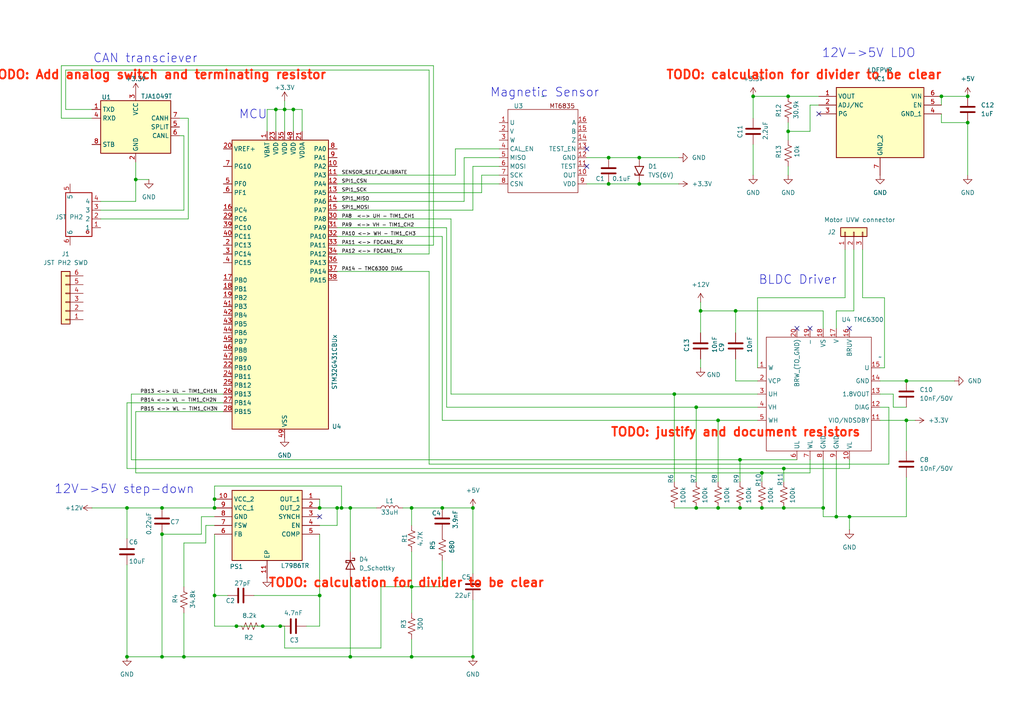
<source format=kicad_sch>
(kicad_sch (version 20231120) (generator "eeschema") (generator_version "8.0")
  (paper "A4")
  (lib_symbols
    (symbol "Connector_Generic:Conn_01x03" (pin_names (offset 1.016) hide)
      (property "Reference" "J" (at 0 5.08 0))
      (property "Value" "Conn_01x03" (at 0 -5.08 0))
      (symbol "Conn_01x03_1_1"
        (rectangle (start -1.27 -2.413) (end 0 -2.667) (stroke (width 0.1524)))
        (rectangle (start -1.27 0.127) (end 0 -0.127) (stroke (width 0.1524)))
        (rectangle (start -1.27 2.667) (end 0 2.413) (stroke (width 0.1524)))
        (rectangle (start -1.27 3.81) (end 1.27 -3.81) (stroke (width 0.254)) (fill (type background)))
        (pin passive line (at -5.08 2.54 0) (length 3.81) (name "Pin_1") (number "1"))
        (pin passive line (at -5.08 0 0) (length 3.81) (name "Pin_2") (number "2"))
        (pin passive line (at -5.08 -2.54 0) (length 3.81) (name "Pin_3") (number "3"))
      )
    )
    (symbol "Connector_Generic:Conn_01x06" (pin_names (offset 1.016) hide)
      (property "Reference" "J" (at 0 7.62 0))
      (property "Value" "Conn_01x06" (at 0 -10.16 0))
      (symbol "Conn_01x06_1_1"
        (rectangle (start -1.27 -7.493) (end 0 -7.747) (stroke (width 0.1524)))
        (rectangle (start -1.27 -4.953) (end 0 -5.207) (stroke (width 0.1524)))
        (rectangle (start -1.27 -2.413) (end 0 -2.667) (stroke (width 0.1524)))
        (rectangle (start -1.27 0.127) (end 0 -0.127) (stroke (width 0.1524)))
        (rectangle (start -1.27 2.667) (end 0 2.413) (stroke (width 0.1524)))
        (rectangle (start -1.27 5.207) (end 0 4.953) (stroke (width 0.1524)))
        (rectangle (start -1.27 6.35) (end 1.27 -8.89) (stroke (width 0.254)) (fill (type background)))
        (pin passive line (at -5.08 5.08 0) (length 3.81) (name "Pin_1") (number "1"))
        (pin passive line (at -5.08 2.54 0) (length 3.81) (name "Pin_2") (number "2"))
        (pin passive line (at -5.08 0 0) (length 3.81) (name "Pin_3") (number "3"))
        (pin passive line (at -5.08 -2.54 0) (length 3.81) (name "Pin_4") (number "4"))
        (pin passive line (at -5.08 -5.08 0) (length 3.81) (name "Pin_5") (number "5"))
        (pin passive line (at -5.08 -7.62 0) (length 3.81) (name "Pin_6") (number "6"))
      )
    )
    (symbol "Device:C" (pin_numbers hide) (pin_names (offset 0.254))
      (property "Reference" "C" (at 0.635 2.54 0))
      (property "Value" "C" (at 0.635 -2.54 0))
      (symbol "C_0_1"
        (polyline (pts (xy -2.032 -0.762) (xy 2.032 -0.762)) (stroke (width 0.508)))
        (polyline (pts (xy -2.032 0.762) (xy 2.032 0.762)) (stroke (width 0.508)))
      )
      (symbol "C_1_1"
        (pin passive line (at 0 3.81 270) (length 2.794) (name "~") (number "1"))
        (pin passive line (at 0 -3.81 90) (length 2.794) (name "~") (number "2"))
      )
    )
    (symbol "Device:D_Schottky" (pin_numbers hide) (pin_names (offset 1.016) hide)
      (property "Reference" "D" (at 0 2.54 0))
      (property "Value" "D_Schottky" (at 0 -2.54 0))
      (symbol "D_Schottky_0_1"
        (polyline (pts (xy 1.27 0) (xy -1.27 0)))
        (polyline (pts (xy 1.27 1.27) (xy 1.27 -1.27) (xy -1.27 0) (xy 1.27 1.27)) (stroke (width 0.254)))
        (polyline (pts (xy -1.905 0.635) (xy -1.905 1.27) (xy -1.27 1.27) (xy -1.27 -1.27) (xy -0.635 -1.27) (xy -0.635 -0.635)) (stroke (width 0.254)))
      )
      (symbol "D_Schottky_1_1"
        (pin passive line (at -3.81 0 0) (length 2.54) (name "K") (number "1"))
        (pin passive line (at 3.81 0 180) (length 2.54) (name "A") (number "2"))
      )
    )
    (symbol "Device:L" (pin_numbers hide) (pin_names (offset 1.016) hide)
      (property "Reference" "L" (at -1.27 0 90))
      (property "Value" "L" (at 1.905 0 90))
      (symbol "L_0_1"
        (arc (start 0 -2.54) (mid 0.6323 -1.905) (end 0 -1.27))
        (arc (start 0 -1.27) (mid 0.6323 -0.635) (end 0 0))
        (arc (start 0 0) (mid 0.6323 0.635) (end 0 1.27))
        (arc (start 0 1.27) (mid 0.6323 1.905) (end 0 2.54))
      )
      (symbol "L_1_1"
        (pin passive line (at 0 3.81 270) (length 1.27) (name "1") (number "1"))
        (pin passive line (at 0 -3.81 90) (length 1.27) (name "2") (number "2"))
      )
    )
    (symbol "Device:R_US" (pin_numbers hide) (pin_names (offset 0))
      (property "Reference" "R" (at 2.54 0 90))
      (property "Value" "R_US" (at -2.54 0 90))
      (symbol "R_US_0_1"
        (polyline (pts (xy 0 -2.286) (xy 0 -2.54)))
        (polyline (pts (xy 0 2.286) (xy 0 2.54)))
        (polyline (pts (xy 0 -0.762) (xy 1.016 -1.143) (xy 0 -1.524) (xy -1.016 -1.905) (xy 0 -2.286)))
        (polyline (pts (xy 0 0.762) (xy 1.016 0.381) (xy 0 0) (xy -1.016 -0.381) (xy 0 -0.762)))
        (polyline (pts (xy 0 2.286) (xy 1.016 1.905) (xy 0 1.524) (xy -1.016 1.143) (xy 0 0.762)))
      )
      (symbol "R_US_1_1"
        (pin passive line (at 0 3.81 270) (length 1.27) (name "~") (number "1"))
        (pin passive line (at 0 -3.81 90) (length 1.27) (name "~") (number "2"))
      )
    )
    (symbol "Diode:SMAJ6.0A" (pin_numbers hide) (pin_names (offset 1.016) hide)
      (property "Reference" "D" (at 0 2.54 0))
      (property "Value" "SMAJ6.0A" (at 0 -2.54 0))
      (symbol "SMAJ6.0A_0_1"
        (polyline (pts (xy -0.762 1.27) (xy -1.27 1.27) (xy -1.27 -1.27)) (stroke (width 0.254)))
        (polyline (pts (xy 1.27 1.27) (xy 1.27 -1.27) (xy -1.27 0) (xy 1.27 1.27)) (stroke (width 0.254)))
      )
      (symbol "SMAJ6.0A_1_1"
        (pin passive line (at -3.81 0 0) (length 2.54) (name "A1") (number "1"))
        (pin passive line (at 3.81 0 180) (length 2.54) (name "A2") (number "2"))
      )
    )
    (symbol "Interface_CAN_LIN:TJA1049T"
      (property "Reference" "U" (at -10.16 8.89 0))
      (property "Value" "TJA1049T" (at 1.27 8.89 0))
      (symbol "TJA1049T_0_1"
        (rectangle (start -10.16 7.62) (end 10.16 -7.62) (stroke (width 0.254)) (fill (type background)))
      )
      (symbol "TJA1049T_1_1"
        (pin input line (at -12.7 5.08 0) (length 2.54) (name "TXD") (number "1"))
        (pin power_in line (at 0 -10.16 90) (length 2.54) (name "GND") (number "2"))
        (pin power_in line (at 0 10.16 270) (length 2.54) (name "VCC") (number "3"))
        (pin output line (at -12.7 2.54 0) (length 2.54) (name "RXD") (number "4"))
        (pin power_out line (at 12.7 0 180) (length 2.54) (name "SPLIT") (number "5"))
        (pin bidirectional line (at 12.7 -2.54 180) (length 2.54) (name "CANL") (number "6"))
        (pin bidirectional line (at 12.7 2.54 180) (length 2.54) (name "CANH") (number "7"))
        (pin input line (at -12.7 -5.08 0) (length 2.54) (name "STB") (number "8"))
      )
    )
    (symbol "L7986TR:L7986TR"
      (property "Reference" "PS" (at 26.67 7.62 0))
      (property "Value" "L7986TR" (at 26.67 5.08 0))
      (symbol "L7986TR_1_1"
        (rectangle (start 5.08 2.54) (end 25.4 -17.78) (stroke (width 0.254)) (fill (type background)))
        (pin passive line (at 0 0 0) (length 5.08) (name "OUT_1") (number "1"))
        (pin passive line (at 30.48 0 180) (length 5.08) (name "VCC_2") (number "10"))
        (pin passive line (at 15.24 -22.86 90) (length 5.08) (name "EP") (number "11"))
        (pin passive line (at 0 -2.54 0) (length 5.08) (name "OUT_2") (number "2"))
        (pin passive line (at 0 -5.08 0) (length 5.08) (name "SYNCH") (number "3"))
        (pin passive line (at 0 -7.62 0) (length 5.08) (name "EN") (number "4"))
        (pin passive line (at 0 -10.16 0) (length 5.08) (name "COMP") (number "5"))
        (pin passive line (at 30.48 -10.16 180) (length 5.08) (name "FB") (number "6"))
        (pin passive line (at 30.48 -7.62 180) (length 5.08) (name "FSW") (number "7"))
        (pin passive line (at 30.48 -5.08 180) (length 5.08) (name "GND") (number "8"))
        (pin passive line (at 30.48 -2.54 180) (length 5.08) (name "VCC_1") (number "9"))
      )
    )
    (symbol "LDFPVR:LDFPVR"
      (property "Reference" "IC" (at 31.75 7.62 0))
      (property "Value" "LDFPVR" (at 31.75 5.08 0))
      (symbol "LDFPVR_1_1"
        (rectangle (start 5.08 2.54) (end 30.48 -17.78) (stroke (width 0.254)) (fill (type background)))
        (pin passive line (at 0 0 0) (length 5.08) (name "VOUT") (number "1"))
        (pin passive line (at 0 -2.54 0) (length 5.08) (name "ADJ/NC") (number "2"))
        (pin passive line (at 0 -5.08 0) (length 5.08) (name "PG") (number "3"))
        (pin passive line (at 35.56 -5.08 180) (length 5.08) (name "GND_1") (number "4"))
        (pin passive line (at 35.56 -2.54 180) (length 5.08) (name "EN") (number "5"))
        (pin passive line (at 35.56 0 180) (length 5.08) (name "VIN") (number "6"))
        (pin passive line (at 17.78 -22.86 90) (length 5.08) (name "GND_2") (number "7"))
      )
    )
    (symbol "MCU_ST_STM32G4:STM32G431CBUx"
      (property "Reference" "U" (at -12.7 44.45 0))
      (property "Value" "STM32G431CBUx" (at 10.16 44.45 0))
      (symbol "STM32G431CBUx_0_1"
        (rectangle (start -12.7 -40.64) (end 15.24 43.18) (stroke (width 0.254)) (fill (type background)))
      )
      (symbol "STM32G431CBUx_1_1"
        (pin power_in line (at -2.54 45.72 270) (length 2.54) (name "VBAT") (number "1"))
        (pin bidirectional line (at 17.78 35.56 180) (length 2.54) (name "PA2") (number "10"))
        (pin bidirectional line (at 17.78 33.02 180) (length 2.54) (name "PA3") (number "11"))
        (pin bidirectional line (at 17.78 30.48 180) (length 2.54) (name "PA4") (number "12"))
        (pin bidirectional line (at 17.78 27.94 180) (length 2.54) (name "PA5") (number "13"))
        (pin bidirectional line (at 17.78 25.4 180) (length 2.54) (name "PA6") (number "14"))
        (pin bidirectional line (at 17.78 22.86 180) (length 2.54) (name "PA7") (number "15"))
        (pin bidirectional line (at -15.24 22.86 0) (length 2.54) (name "PC4") (number "16"))
        (pin bidirectional line (at -15.24 2.54 0) (length 2.54) (name "PB0") (number "17"))
        (pin bidirectional line (at -15.24 0 0) (length 2.54) (name "PB1") (number "18"))
        (pin bidirectional line (at -15.24 -2.54 0) (length 2.54) (name "PB2") (number "19"))
        (pin bidirectional line (at -15.24 12.7 0) (length 2.54) (name "PC13") (number "2"))
        (pin input line (at -15.24 40.64 0) (length 2.54) (name "VREF+") (number "20"))
        (pin power_in line (at 7.62 45.72 270) (length 2.54) (name "VDDA") (number "21"))
        (pin bidirectional line (at -15.24 -22.86 0) (length 2.54) (name "PB10") (number "22"))
        (pin power_in line (at 0 45.72 270) (length 2.54) (name "VDD") (number "23"))
        (pin bidirectional line (at -15.24 -25.4 0) (length 2.54) (name "PB11") (number "24"))
        (pin bidirectional line (at -15.24 -27.94 0) (length 2.54) (name "PB12") (number "25"))
        (pin bidirectional line (at -15.24 -30.48 0) (length 2.54) (name "PB13") (number "26"))
        (pin bidirectional line (at -15.24 -33.02 0) (length 2.54) (name "PB14") (number "27"))
        (pin bidirectional line (at -15.24 -35.56 0) (length 2.54) (name "PB15") (number "28"))
        (pin bidirectional line (at -15.24 20.32 0) (length 2.54) (name "PC6") (number "29"))
        (pin bidirectional line (at -15.24 10.16 0) (length 2.54) (name "PC14") (number "3"))
        (pin bidirectional line (at 17.78 20.32 180) (length 2.54) (name "PA8") (number "30"))
        (pin bidirectional line (at 17.78 17.78 180) (length 2.54) (name "PA9") (number "31"))
        (pin bidirectional line (at 17.78 15.24 180) (length 2.54) (name "PA10") (number "32"))
        (pin bidirectional line (at 17.78 12.7 180) (length 2.54) (name "PA11") (number "33"))
        (pin bidirectional line (at 17.78 10.16 180) (length 2.54) (name "PA12") (number "34"))
        (pin power_in line (at 2.54 45.72 270) (length 2.54) (name "VDD") (number "35"))
        (pin bidirectional line (at 17.78 7.62 180) (length 2.54) (name "PA13") (number "36"))
        (pin bidirectional line (at 17.78 5.08 180) (length 2.54) (name "PA14") (number "37"))
        (pin bidirectional line (at 17.78 2.54 180) (length 2.54) (name "PA15") (number "38"))
        (pin bidirectional line (at -15.24 17.78 0) (length 2.54) (name "PC10") (number "39"))
        (pin bidirectional line (at -15.24 7.62 0) (length 2.54) (name "PC15") (number "4"))
        (pin bidirectional line (at -15.24 15.24 0) (length 2.54) (name "PC11") (number "40"))
        (pin bidirectional line (at -15.24 -5.08 0) (length 2.54) (name "PB3") (number "41"))
        (pin bidirectional line (at -15.24 -7.62 0) (length 2.54) (name "PB4") (number "42"))
        (pin bidirectional line (at -15.24 -10.16 0) (length 2.54) (name "PB5") (number "43"))
        (pin bidirectional line (at -15.24 -12.7 0) (length 2.54) (name "PB6") (number "44"))
        (pin bidirectional line (at -15.24 -15.24 0) (length 2.54) (name "PB7") (number "45"))
        (pin bidirectional line (at -15.24 -17.78 0) (length 2.54) (name "PB8") (number "46"))
        (pin bidirectional line (at -15.24 -20.32 0) (length 2.54) (name "PB9") (number "47"))
        (pin power_in line (at 5.08 45.72 270) (length 2.54) (name "VDD") (number "48"))
        (pin power_in line (at 2.54 -43.18 90) (length 2.54) (name "VSS") (number "49"))
        (pin bidirectional line (at -15.24 30.48 0) (length 2.54) (name "PF0") (number "5"))
        (pin bidirectional line (at -15.24 27.94 0) (length 2.54) (name "PF1") (number "6"))
        (pin bidirectional line (at -15.24 35.56 0) (length 2.54) (name "PG10") (number "7"))
        (pin bidirectional line (at 17.78 40.64 180) (length 2.54) (name "PA0") (number "8"))
        (pin bidirectional line (at 17.78 38.1 180) (length 2.54) (name "PA1") (number "9"))
      )
    )
    (symbol "MT6835:MT6835"
      (property "Reference" "U" (at -5.334 16.51 0))
      (symbol "MT6835_0_1"
        (rectangle (start -11.43 15.24) (end 8.89 -8.89))
      )
      (symbol "MT6835_1_1"
        (text "MT6835" (at 4.318 16.256 0) (effects (font (size 1.27 1.27))))
        (pin output line (at -13.97 11.43 0) (length 2.54) (name "U") (number "1"))
        (pin output line (at 11.43 -3.81 180) (length 2.54) (name "OUT") (number "10"))
        (pin input line (at 11.43 -1.27 180) (length 2.54) (name "TEST") (number "11"))
        (pin passive line (at 11.43 1.27 180) (length 2.54) (name "GND") (number "12"))
        (pin input line (at 11.43 3.81 180) (length 2.54) (name "TEST_EN") (number "13"))
        (pin output line (at 11.43 6.35 180) (length 2.54) (name "Z") (number "14"))
        (pin output line (at 11.43 8.89 180) (length 2.54) (name "B") (number "15"))
        (pin output line (at 11.43 11.43 180) (length 2.54) (name "A") (number "16"))
        (pin output line (at -13.97 8.89 0) (length 2.54) (name "V") (number "2"))
        (pin output line (at -13.97 6.35 0) (length 2.54) (name "W") (number "3"))
        (pin input line (at -13.97 3.81 0) (length 2.54) (name "CAL_EN") (number "4"))
        (pin output line (at -13.97 1.27 0) (length 2.54) (name "MISO") (number "5"))
        (pin input line (at -13.97 -1.27 0) (length 2.54) (name "MOSI") (number "6"))
        (pin input line (at -13.97 -3.81 0) (length 2.54) (name "SCK") (number "7"))
        (pin input line (at -13.97 -6.35 0) (length 2.54) (name "CSN") (number "8"))
        (pin power_in line (at 11.43 -6.35 180) (length 2.54) (name "VDD") (number "9"))
      )
    )
    (symbol "R_US_1" (pin_numbers hide) (pin_names (offset 0))
      (property "Reference" "R" (at 2.54 0 90))
      (property "Value" "R_US" (at -2.54 0 90))
      (symbol "R_US_1_0_1"
        (polyline (pts (xy 0 -2.286) (xy 0 -2.54)))
        (polyline (pts (xy 0 2.286) (xy 0 2.54)))
        (polyline (pts (xy 0 -0.762) (xy 1.016 -1.143) (xy 0 -1.524) (xy -1.016 -1.905) (xy 0 -2.286)))
        (polyline (pts (xy 0 0.762) (xy 1.016 0.381) (xy 0 0) (xy -1.016 -0.381) (xy 0 -0.762)))
        (polyline (pts (xy 0 2.286) (xy 1.016 1.905) (xy 0 1.524) (xy -1.016 1.143) (xy 0 0.762)))
      )
      (symbol "R_US_1_1_1"
        (pin passive line (at 0 3.81 270) (length 1.27) (name "~") (number "1"))
        (pin passive line (at 0 -3.81 90) (length 1.27) (name "~") (number "2"))
      )
    )
    (symbol "TMC6300:TMC6300"
      (property "Reference" "U" (at 0 0.254 0))
      (symbol "TMC6300_0_1"
        (rectangle (start -16.51 16.51) (end 13.97 -16.51))
      )
      (symbol "TMC6300_1_1"
        (pin output line (at -19.05 7.62 0) (length 2.54) (name "W") (number "1"))
        (pin input line (at 7.62 -19.05 90) (length 2.54) (name "VL") (number "10"))
        (pin power_in line (at 16.51 -7.62 180) (length 2.54) (name "VIO/NDSDBY") (number "11"))
        (pin output line (at 16.51 -3.81 180) (length 2.54) (name "DIAG") (number "12"))
        (pin power_out line (at 16.51 0 180) (length 2.54) (name "1.8VOUT") (number "13"))
        (pin passive line (at 16.51 3.81 180) (length 2.54) (name "GND") (number "14"))
        (pin output line (at 16.51 7.62 180) (length 2.54) (name "U") (number "15"))
        (pin passive line (at 7.62 19.05 270) (length 2.54) (name "BRUV") (number "16"))
        (pin output line (at 3.81 19.05 270) (length 2.54) (name "V") (number "17"))
        (pin power_in line (at 0 19.05 270) (length 2.54) (name "VS") (number "18"))
        (pin free line (at -3.81 19.05 270) (length 2.54) (name "-") (number "19"))
        (pin free line (at -19.05 3.81 0) (length 2.54) (name "VCP") (number "2"))
        (pin passive line (at -7.62 19.05 270) (length 2.54) (name "BRW_(TO_GND)") (number "20"))
        (pin input line (at -19.05 0 0) (length 2.54) (name "UH") (number "3"))
        (pin input line (at -19.05 -3.81 0) (length 2.54) (name "VH") (number "4"))
        (pin input line (at -19.05 -7.62 0) (length 2.54) (name "WH") (number "5"))
        (pin input line (at -7.62 -19.05 90) (length 2.54) (name "UL") (number "6"))
        (pin input line (at -3.81 -19.05 90) (length 2.54) (name "WL") (number "7"))
        (pin passive line (at 0 -19.05 90) (length 2.54) (name "GND") (number "8"))
        (pin passive line (at 3.81 -19.05 90) (length 2.54) (name "GND") (number "9"))
      )
    )
    (symbol "altium_import-altium-import:root_0_ZX-PH2.0-WT4P"
      (symbol "root_0_ZX-PH2.0-WT4P_1_0"
        (rectangle (start -2.54 6.35) (end 5.08 -6.35) (stroke (width 0.254) (color 160 0 0 1)))
        (circle (center -1.27 5.08) (radius 0.381) (stroke (width 0.254) (color 160 0 0 1)))
        (pin passive line (at -5.08 3.81 0) (length 2.54) (name "1") (number "1"))
        (pin passive line (at -5.08 1.27 0) (length 2.54) (name "2") (number "2"))
        (pin passive line (at -5.08 -1.27 0) (length 2.54) (name "3") (number "3"))
        (pin passive line (at -5.08 -3.81 0) (length 2.54) (name "4") (number "4"))
        (pin passive line (at 3.81 -8.89 90) (length 2.54) (name "5") (number "5"))
        (pin passive line (at 3.81 8.89 270) (length 2.54) (name "6") (number "6"))
      )
    )
    (symbol "power:+12V" (power) (pin_numbers hide) (pin_names (offset 0) hide)
      (property "Value" "+12V" (at 0 3.556 0))
      (symbol "+12V_0_1"
        (polyline (pts (xy -0.762 1.27) (xy 0 2.54)))
        (polyline (pts (xy 0 0) (xy 0 2.54)))
        (polyline (pts (xy 0 2.54) (xy 0.762 1.27)))
      )
      (symbol "+12V_1_1"
        (pin power_in line (at 0 0 90) (length 0) (name "~") (number "1"))
      )
    )
    (symbol "power:+3.3V" (power) (pin_numbers hide) (pin_names (offset 0) hide)
      (property "Value" "+3.3V" (at 0 3.556 0))
      (symbol "+3.3V_0_1"
        (polyline (pts (xy -0.762 1.27) (xy 0 2.54)))
        (polyline (pts (xy 0 0) (xy 0 2.54)))
        (polyline (pts (xy 0 2.54) (xy 0.762 1.27)))
      )
      (symbol "+3.3V_1_1"
        (pin power_in line (at 0 0 90) (length 0) (name "~") (number "1"))
      )
    )
    (symbol "power:+5V" (power) (pin_numbers hide) (pin_names (offset 0) hide)
      (property "Value" "+5V" (at 0 3.556 0))
      (symbol "+5V_0_1"
        (polyline (pts (xy -0.762 1.27) (xy 0 2.54)))
        (polyline (pts (xy 0 0) (xy 0 2.54)))
        (polyline (pts (xy 0 2.54) (xy 0.762 1.27)))
      )
      (symbol "+5V_1_1"
        (pin power_in line (at 0 0 90) (length 0) (name "~") (number "1"))
      )
    )
    (symbol "power:GND" (power) (pin_numbers hide) (pin_names (offset 0) hide)
      (property "Value" "GND" (at 0 -3.81 0))
      (symbol "GND_0_1"
        (polyline (pts (xy 0 0) (xy 0 -1.27) (xy 1.27 -1.27) (xy 0 -2.54) (xy -1.27 -1.27) (xy 0 -1.27)))
      )
      (symbol "GND_1_1"
        (pin power_in line (at 0 0 270) (length 0) (name "~") (number "1"))
      )
    )
  )
  (junction (at 92.71 147.32))
  (junction (at 82.55 31.75))
  (junction (at 101.6 147.32))
  (junction (at 273.05 27.94))
  (junction (at 137.16 190.5))
  (junction (at 81.28 181.61))
  (junction (at 246.38 149.86))
  (junction (at 39.37 52.07))
  (junction (at 68.58 181.61))
  (junction (at 242.57 149.86))
  (junction (at 76.2 181.61))
  (junction (at 119.38 190.5))
  (junction (at 208.28 121.92))
  (junction (at 262.89 121.92))
  (junction (at 280.67 35.56))
  (junction (at 128.27 147.32))
  (junction (at 208.28 147.32))
  (junction (at 280.67 27.94))
  (junction (at 80.01 31.75))
  (junction (at 220.98 147.32))
  (junction (at 201.93 147.32))
  (junction (at 214.63 147.32))
  (junction (at 36.83 190.5))
  (junction (at 185.42 53.34))
  (junction (at 85.09 31.75))
  (junction (at 176.53 53.34))
  (junction (at 218.44 27.94))
  (junction (at 214.63 133.35))
  (junction (at 220.98 137.16))
  (junction (at 262.89 110.49))
  (junction (at 53.34 190.5))
  (junction (at 176.53 45.72))
  (junction (at 62.23 144.78))
  (junction (at 228.6 27.94))
  (junction (at 46.99 154.94))
  (junction (at 238.76 147.32))
  (junction (at 119.38 147.32))
  (junction (at 97.79 147.32))
  (junction (at 101.6 190.5))
  (junction (at 46.99 190.5))
  (junction (at 201.93 118.11))
  (junction (at 92.71 172.72))
  (junction (at 185.42 45.72))
  (junction (at 137.16 147.32))
  (junction (at 36.83 147.32))
  (junction (at 203.2 90.17))
  (junction (at 62.23 172.72))
  (junction (at 46.99 147.32))
  (junction (at 213.36 90.17))
  (junction (at 62.23 147.32))
  (junction (at 227.33 147.32))
  (junction (at 227.33 135.89))
  (junction (at 228.6 38.1))
  (junction (at 195.58 114.3))
  (junction (at 119.38 170.18))
  (junction (at 99.06 147.32))
  (no_connect (at 170.18 43.18))
  (no_connect (at 237.49 33.02))
  (no_connect (at 170.18 48.26))
  (no_connect (at 92.71 149.86))
  (no_connect (at 246.38 95.25))
  (no_connect (at 231.14 95.25))
  (no_connect (at 234.95 95.25))
  (wire (pts (xy 246.38 153.67) (xy 246.38 149.86)))
  (wire (pts (xy 97.79 63.5) (xy 130.81 63.5)))
  (wire (pts (xy 213.36 96.52) (xy 213.36 90.17)))
  (wire (pts (xy 110.49 170.18) (xy 110.49 187.96)))
  (wire (pts (xy 203.2 104.14) (xy 203.2 106.68)))
  (wire (pts (xy 132.08 43.18) (xy 132.08 50.8)))
  (wire (pts (xy 280.67 50.8) (xy 280.67 35.56)))
  (wire (pts (xy 125.73 19.05) (xy 125.73 71.12)))
  (wire (pts (xy 185.42 45.72) (xy 196.85 45.72)))
  (wire (pts (xy 99.06 147.32) (xy 97.79 147.32)))
  (wire (pts (xy 273.05 35.56) (xy 280.67 35.56)))
  (wire (pts (xy 82.55 31.75) (xy 82.55 38.1)))
  (wire (pts (xy 228.6 38.1) (xy 228.6 40.64)))
  (wire (pts (xy 58.42 154.94) (xy 58.42 149.86)))
  (wire (pts (xy 219.71 86.36) (xy 245.11 86.36)))
  (wire (pts (xy 245.11 86.36) (xy 245.11 72.39)))
  (wire (pts (xy 219.71 121.92) (xy 208.28 121.92)))
  (wire (pts (xy 92.71 152.4) (xy 97.79 152.4)))
  (wire (pts (xy 110.49 187.96) (xy 82.55 187.96)))
  (wire (pts (xy 238.76 147.32) (xy 238.76 149.86)))
  (wire (pts (xy 36.83 190.5) (xy 46.99 190.5)))
  (wire (pts (xy 54.61 63.5) (xy 29.21 63.5)))
  (wire (pts (xy 228.6 50.8) (xy 228.6 48.26)))
  (wire (pts (xy 176.53 53.34) (xy 185.42 53.34)))
  (wire (pts (xy 36.83 147.32) (xy 46.99 147.32)))
  (wire (pts (xy 256.54 86.36) (xy 250.19 86.36)))
  (wire (pts (xy 124.46 73.66) (xy 97.79 73.66)))
  (wire (pts (xy 262.89 110.49) (xy 255.27 110.49)))
  (wire (pts (xy 92.71 147.32) (xy 97.79 147.32)))
  (wire (pts (xy 39.37 119.38) (xy 64.77 119.38)))
  (wire (pts (xy 130.81 114.3) (xy 130.81 63.5)))
  (wire (pts (xy 134.62 45.72) (xy 134.62 58.42)))
  (wire (pts (xy 82.55 31.75) (xy 85.09 31.75)))
  (wire (pts (xy 170.18 53.34) (xy 176.53 53.34)))
  (wire (pts (xy 124.46 78.74) (xy 97.79 78.74)))
  (wire (pts (xy 255.27 118.11) (xy 257.81 118.11)))
  (wire (pts (xy 203.2 96.52) (xy 203.2 90.17)))
  (wire (pts (xy 228.6 27.94) (xy 218.44 27.94)))
  (wire (pts (xy 77.47 38.1) (xy 77.47 31.75)))
  (wire (pts (xy 255.27 106.68) (xy 256.54 106.68)))
  (wire (pts (xy 38.1 133.35) (xy 214.63 133.35)))
  (wire (pts (xy 219.71 118.11) (xy 201.93 118.11)))
  (wire (pts (xy 119.38 147.32) (xy 128.27 147.32)))
  (wire (pts (xy 238.76 90.17) (xy 238.76 95.25)))
  (wire (pts (xy 132.08 50.8) (xy 97.79 50.8)))
  (wire (pts (xy 234.95 38.1) (xy 228.6 38.1)))
  (wire (pts (xy 208.28 147.32) (xy 214.63 147.32)))
  (wire (pts (xy 87.63 31.75) (xy 85.09 31.75)))
  (wire (pts (xy 144.78 48.26) (xy 137.16 48.26)))
  (wire (pts (xy 39.37 52.07) (xy 39.37 58.42)))
  (wire (pts (xy 88.9 181.61) (xy 92.71 181.61)))
  (wire (pts (xy 144.78 43.18) (xy 132.08 43.18)))
  (wire (pts (xy 46.99 147.32) (xy 62.23 147.32)))
  (wire (pts (xy 92.71 172.72) (xy 92.71 181.61)))
  (wire (pts (xy 119.38 170.18) (xy 110.49 170.18)))
  (wire (pts (xy 36.83 147.32) (xy 36.83 156.21)))
  (wire (pts (xy 17.78 19.05) (xy 125.73 19.05)))
  (wire (pts (xy 85.09 31.75) (xy 85.09 38.1)))
  (wire (pts (xy 246.38 133.35) (xy 246.38 135.89)))
  (wire (pts (xy 273.05 27.94) (xy 273.05 30.48)))
  (wire (pts (xy 273.05 27.94) (xy 280.67 27.94)))
  (wire (pts (xy 214.63 147.32) (xy 220.98 147.32)))
  (wire (pts (xy 144.78 50.8) (xy 139.7 50.8)))
  (wire (pts (xy 129.54 118.11) (xy 129.54 66.04)))
  (wire (pts (xy 52.07 39.37) (xy 53.34 39.37)))
  (wire (pts (xy 231.14 133.35) (xy 214.63 133.35)))
  (wire (pts (xy 73.66 172.72) (xy 92.71 172.72)))
  (wire (pts (xy 125.73 71.12) (xy 97.79 71.12)))
  (wire (pts (xy 39.37 137.16) (xy 39.37 119.38)))
  (wire (pts (xy 38.1 133.35) (xy 38.1 114.3)))
  (wire (pts (xy 119.38 170.18) (xy 128.27 170.18)))
  (wire (pts (xy 238.76 149.86) (xy 242.57 149.86)))
  (wire (pts (xy 213.36 104.14) (xy 213.36 110.49)))
  (wire (pts (xy 38.1 114.3) (xy 64.77 114.3)))
  (wire (pts (xy 246.38 135.89) (xy 227.33 135.89)))
  (wire (pts (xy 39.37 46.99) (xy 39.37 52.07)))
  (wire (pts (xy 46.99 190.5) (xy 53.34 190.5)))
  (wire (pts (xy 247.65 90.17) (xy 247.65 72.39)))
  (wire (pts (xy 26.67 147.32) (xy 36.83 147.32)))
  (wire (pts (xy 213.36 110.49) (xy 219.71 110.49)))
  (wire (pts (xy 80.01 38.1) (xy 80.01 31.75)))
  (wire (pts (xy 52.07 34.29) (xy 54.61 34.29)))
  (wire (pts (xy 227.33 135.89) (xy 227.33 139.7)))
  (wire (pts (xy 137.16 48.26) (xy 137.16 60.96)))
  (wire (pts (xy 119.38 147.32) (xy 116.84 147.32)))
  (wire (pts (xy 195.58 114.3) (xy 130.81 114.3)))
  (wire (pts (xy 82.55 187.96) (xy 82.55 181.61)))
  (wire (pts (xy 101.6 190.5) (xy 119.38 190.5)))
  (wire (pts (xy 46.99 154.94) (xy 58.42 154.94)))
  (wire (pts (xy 101.6 147.32) (xy 109.22 147.32)))
  (wire (pts (xy 62.23 172.72) (xy 66.04 172.72)))
  (wire (pts (xy 62.23 172.72) (xy 62.23 181.61)))
  (wire (pts (xy 43.18 52.07) (xy 39.37 52.07)))
  (wire (pts (xy 99.06 147.32) (xy 99.06 140.97)))
  (wire (pts (xy 101.6 147.32) (xy 101.6 160.02)))
  (wire (pts (xy 170.18 45.72) (xy 176.53 45.72)))
  (wire (pts (xy 246.38 149.86) (xy 262.89 149.86)))
  (wire (pts (xy 213.36 90.17) (xy 238.76 90.17)))
  (wire (pts (xy 255.27 121.92) (xy 262.89 121.92)))
  (wire (pts (xy 99.06 147.32) (xy 101.6 147.32)))
  (wire (pts (xy 77.47 31.75) (xy 80.01 31.75)))
  (wire (pts (xy 53.34 60.96) (xy 53.34 39.37)))
  (wire (pts (xy 53.34 60.96) (xy 29.21 60.96)))
  (wire (pts (xy 124.46 134.62) (xy 124.46 78.74)))
  (wire (pts (xy 195.58 114.3) (xy 195.58 139.7)))
  (wire (pts (xy 218.44 50.8) (xy 218.44 41.91)))
  (wire (pts (xy 97.79 60.96) (xy 137.16 60.96)))
  (wire (pts (xy 119.38 170.18) (xy 119.38 177.8)))
  (wire (pts (xy 53.34 177.8) (xy 53.34 190.5)))
  (wire (pts (xy 262.89 121.92) (xy 265.43 121.92)))
  (wire (pts (xy 129.54 118.11) (xy 201.93 118.11)))
  (wire (pts (xy 214.63 133.35) (xy 214.63 139.7)))
  (wire (pts (xy 59.69 152.4) (xy 59.69 157.48)))
  (wire (pts (xy 19.05 31.75) (xy 19.05 20.32)))
  (wire (pts (xy 218.44 27.94) (xy 218.44 34.29)))
  (wire (pts (xy 234.95 137.16) (xy 220.98 137.16)))
  (wire (pts (xy 97.79 152.4) (xy 97.79 147.32)))
  (wire (pts (xy 62.23 140.97) (xy 62.23 144.78)))
  (wire (pts (xy 234.95 133.35) (xy 234.95 137.16)))
  (wire (pts (xy 81.28 181.61) (xy 76.2 181.61)))
  (wire (pts (xy 219.71 114.3) (xy 195.58 114.3)))
  (wire (pts (xy 87.63 38.1) (xy 87.63 31.75)))
  (wire (pts (xy 62.23 181.61) (xy 68.58 181.61)))
  (wire (pts (xy 17.78 34.29) (xy 17.78 19.05)))
  (wire (pts (xy 46.99 154.94) (xy 46.99 190.5)))
  (wire (pts (xy 80.01 31.75) (xy 82.55 31.75)))
  (wire (pts (xy 36.83 116.84) (xy 64.77 116.84)))
  (wire (pts (xy 139.7 50.8) (xy 139.7 55.88)))
  (wire (pts (xy 97.79 58.42) (xy 134.62 58.42)))
  (wire (pts (xy 144.78 45.72) (xy 134.62 45.72)))
  (wire (pts (xy 54.61 63.5) (xy 54.61 34.29)))
  (wire (pts (xy 62.23 144.78) (xy 62.23 147.32)))
  (wire (pts (xy 82.55 29.21) (xy 82.55 31.75)))
  (wire (pts (xy 208.28 121.92) (xy 208.28 139.7)))
  (wire (pts (xy 36.83 135.89) (xy 36.83 116.84)))
  (wire (pts (xy 82.55 181.61) (xy 81.28 181.61)))
  (wire (pts (xy 259.08 114.3) (xy 255.27 114.3)))
  (wire (pts (xy 227.33 147.32) (xy 238.76 147.32)))
  (wire (pts (xy 19.05 20.32) (xy 124.46 20.32)))
  (wire (pts (xy 119.38 147.32) (xy 119.38 152.4)))
  (wire (pts (xy 250.19 86.36) (xy 250.19 72.39)))
  (wire (pts (xy 53.34 157.48) (xy 53.34 170.18)))
  (wire (pts (xy 62.23 154.94) (xy 62.23 172.72)))
  (wire (pts (xy 53.34 190.5) (xy 101.6 190.5)))
  (wire (pts (xy 237.49 27.94) (xy 228.6 27.94)))
  (wire (pts (xy 242.57 90.17) (xy 247.65 90.17)))
  (wire (pts (xy 137.16 147.32) (xy 137.16 166.37)))
  (wire (pts (xy 119.38 160.02) (xy 119.38 170.18)))
  (wire (pts (xy 201.93 147.32) (xy 208.28 147.32)))
  (wire (pts (xy 92.71 144.78) (xy 92.71 147.32)))
  (wire (pts (xy 97.79 66.04) (xy 129.54 66.04)))
  (wire (pts (xy 119.38 190.5) (xy 137.16 190.5)))
  (wire (pts (xy 128.27 147.32) (xy 137.16 147.32)))
  (wire (pts (xy 242.57 95.25) (xy 242.57 90.17)))
  (wire (pts (xy 128.27 121.92) (xy 128.27 68.58)))
  (wire (pts (xy 36.83 163.83) (xy 36.83 190.5)))
  (wire (pts (xy 262.89 138.43) (xy 262.89 149.86)))
  (wire (pts (xy 137.16 173.99) (xy 137.16 190.5)))
  (wire (pts (xy 128.27 170.18) (xy 128.27 162.56)))
  (wire (pts (xy 62.23 140.97) (xy 99.06 140.97)))
  (wire (pts (xy 262.89 118.11) (xy 259.08 118.11)))
  (wire (pts (xy 76.2 181.61) (xy 68.58 181.61)))
  (wire (pts (xy 185.42 53.34) (xy 196.85 53.34)))
  (wire (pts (xy 220.98 147.32) (xy 227.33 147.32)))
  (wire (pts (xy 97.79 68.58) (xy 128.27 68.58)))
  (wire (pts (xy 195.58 147.32) (xy 201.93 147.32)))
  (wire (pts (xy 124.46 20.32) (xy 124.46 73.66)))
  (wire (pts (xy 36.83 135.89) (xy 227.33 135.89)))
  (wire (pts (xy 39.37 58.42) (xy 29.21 58.42)))
  (wire (pts (xy 128.27 121.92) (xy 208.28 121.92)))
  (wire (pts (xy 26.67 31.75) (xy 19.05 31.75)))
  (wire (pts (xy 119.38 190.5) (xy 119.38 185.42)))
  (wire (pts (xy 220.98 137.16) (xy 39.37 137.16)))
  (wire (pts (xy 273.05 33.02) (xy 273.05 35.56)))
  (wire (pts (xy 59.69 157.48) (xy 53.34 157.48)))
  (wire (pts (xy 17.78 34.29) (xy 26.67 34.29)))
  (wire (pts (xy 97.79 53.34) (xy 144.78 53.34)))
  (wire (pts (xy 101.6 167.64) (xy 101.6 190.5)))
  (wire (pts (xy 203.2 90.17) (xy 213.36 90.17)))
  (wire (pts (xy 62.23 152.4) (xy 59.69 152.4)))
  (wire (pts (xy 97.79 55.88) (xy 139.7 55.88)))
  (wire (pts (xy 238.76 133.35) (xy 238.76 147.32)))
  (wire (pts (xy 242.57 133.35) (xy 242.57 149.86)))
  (wire (pts (xy 219.71 106.68) (xy 219.71 86.36)))
  (wire (pts (xy 262.89 110.49) (xy 276.86 110.49)))
  (wire (pts (xy 203.2 87.63) (xy 203.2 90.17)))
  (wire (pts (xy 257.81 134.62) (xy 124.46 134.62)))
  (wire (pts (xy 234.95 30.48) (xy 234.95 38.1)))
  (wire (pts (xy 220.98 137.16) (xy 220.98 139.7)))
  (wire (pts (xy 58.42 149.86) (xy 62.23 149.86)))
  (wire (pts (xy 242.57 149.86) (xy 246.38 149.86)))
  (wire (pts (xy 257.81 118.11) (xy 257.81 134.62)))
  (wire (pts (xy 262.89 121.92) (xy 262.89 130.81)))
  (wire (pts (xy 228.6 35.56) (xy 228.6 38.1)))
  (wire (pts (xy 259.08 118.11) (xy 259.08 114.3)))
  (wire (pts (xy 256.54 106.68) (xy 256.54 86.36)))
  (wire (pts (xy 237.49 30.48) (xy 234.95 30.48)))
  (wire (pts (xy 92.71 154.94) (xy 92.71 172.72)))
  (wire (pts (xy 201.93 118.11) (xy 201.93 139.7)))
  (wire (pts (xy 176.53 45.72) (xy 185.42 45.72)))
  (text "MCU" (at 73.406 33.274 0) (effects (font (size 2.54 2.54))))
  (text "12V->5V step-down" (at 36.068 141.986 0) (effects (font (size 2.54 2.54))))
  (text "TODO: calculation for divider to be clear" (at 233.172 21.844 0) (effects (font (size 2.54 2.54) (thickness 0.508) (bold yes))))
  (text "CAN transciever" (at 42.164 17.018 0) (effects (font (size 2.54 2.54))))
  (text "12V->5V LDO" (at 251.968 15.494 0) (effects (font (size 2.54 2.54))))
  (text "Magnetic Sensor\n" (at 157.988 26.924 0) (effects (font (size 2.54 2.54))))
  (text "TODO: calculation for divider to be clear" (at 117.856 169.164 0) (effects (font (size 2.54 2.54) (thickness 0.508) (bold yes))))
  (text "TODO: justify and document resistors" (at 213.36 125.476 0) (effects (font (size 2.54 2.54) (thickness 0.508) (bold yes))))
  (text "TODO:\n- CAN termination protection\n- temperature sensor\n- SWD connection to the STM32 for programming it\n- power and status LEDS\n- add a simpler turn on status LED\n- add short, overvoltage and over current protections" (at -1.016 -29.464 0) (effects (font (size 3.81 3.81)) (justify left)))
  (text "TODO: Add analog switch and terminating resistor" (at 45.974 21.844 0) (effects (font (size 2.54 2.54) (thickness 0.508) (bold yes))))
  (text "BLDC Driver" (at 231.394 81.28 0) (effects (font (size 2.54 2.54))))
  (label "SPI1_MOSI" (at 99.06 60.96 0) (effects (font (size 1.016 1.016))))
  (label "PA14 - TMC6300 DIAG" (at 99.06 78.74 0) (effects (font (size 1.016 1.016))))
  (label "PB15 <-> WL - TIM1_CH3N" (at 40.64 119.38 0) (effects (font (size 1.016 1.016))))
  (label "PA8  <-> UH - TIM1_CH1" (at 99.06 63.5 0) (effects (font (size 1.016 1.016))))
  (label "PA11 <-> FDCAN1_RX" (at 99.06 71.12 0) (effects (font (size 1.016 1.016))))
  (label "PA12 <-> FDCAN1_TX" (at 99.06 73.66 0) (effects (font (size 1.016 1.016))))
  (label "PB14 <-> VL - TIM1_CH2N" (at 40.64 116.84 0) (effects (font (size 1.016 1.016))))
  (label "PA10 <-> WH - TIM1_CH3" (at 99.06 68.58 0) (effects (font (size 1.016 1.016))))
  (label "PB13 <-> UL - TIM1_CH1N" (at 40.64 114.3 0) (effects (font (size 1.016 1.016))))
  (label "SPI1_CSN" (at 99.06 53.34 0) (effects (font (size 1.016 1.016))))
  (label "PA9  <-> VH - TIM1_CH2" (at 99.06 66.04 0) (effects (font (size 1.016 1.016))))
  (label "SPI1_MISO" (at 99.06 58.42 0) (effects (font (size 1.016 1.016))))
  (label "SPI1_SCK" (at 99.06 55.88 0) (effects (font (size 1.016 1.016))))
  (label "SENSOR_SELF_CALIBRATE" (at 99.06 50.8 0) (effects (font (size 1.016 1.016))))
  (symbol (lib_id "power:+5V") (at 280.67 27.94 0) (unit 1)
    (property "Reference" "#PWR015" (effects (hide yes)))
    (property "Value" "+5V" (at 280.67 22.86 0))
    (property "Description" "Power symbol creates a global label with name \"+5V\"" (effects (hide yes)))
  )
  (symbol (lib_id "altium_import-altium-import:root_0_ZX-PH2.0-WT4P") (at 24.13 62.23 180) (unit 1)
    (property "Reference" "JST PH2" (at 24.13 62.23 0) (effects (justify left bottom)))
    (property "Value" "${MANUFACTURER PART}" (effects (hide yes)))
    (property "Footprint" "CONN-SMD_4P-P2.00_C2001RS10411M0101RC" (effects (hide yes)))
    (property "SYMBOL" "ZX-PH2.0-WT4P" (effects (hide yes)))
    (property "DEVICE" "ZX-PH2.0-WT4P" (effects (hide yes)))
    (property "LCSC PART NAME" "ZX-PH2.0-WT4P" (effects (hide yes)))
    (property "SUPPLIER PART" "C7429691" (effects (hide yes)))
    (property "MANUFACTURER" "Megastar(兆星)" (effects (hide yes)))
    (property "MANUFACTURER PART" "ZX-PH2.0-WT4P" (effects (hide yes)))
    (property "SUPPLIER FOOTPRINT" "SMD,P=2mm,卧贴" (effects (hide yes)))
    (property "JLCPCB PART CLASS" "Extended Part" (effects (hide yes)))
    (property "DATASHEET" "https://atta.szlcsc.com/upload/public/pdf/source/20230619/C513FA7515D7082C4F95173A4D7F5060.pdf" (effects (hide yes)))
    (property "SUPPLIER" "LCSC" (effects (hide yes)))
    (property "ADD INTO BOM" "yes" (effects (hide yes)))
    (property "CONVERT TO PCB" "yes" (effects (hide yes)))
    (property "PINS STRUCTURE" "1x4P" (effects (hide yes)))
    (property "PITCH" "2mm" (effects (hide yes)))
    (property "MOUNTING STYLE" "卧贴" (effects (hide yes)))
    (property "REFERENCE SERIES" "PH" (effects (hide yes)))
    (property "NUMBER OF PINS" "4P" (effects (hide yes)))
    (property "NUMBER OF ROWS" "1" (effects (hide yes)))
    (property "NUMBER OF PINS PER ROW" "4" (effects (hide yes)))
    (property "ROW SPACING" "-" (effects (hide yes)))
    (property "CURRENT RATING (MAX)" "2A" (effects (hide yes)))
    (property "CONTACT MATERIAL" "Brass" (effects (hide yes)))
    (property "CONTACT PLATING" "Tin" (effects (hide yes)))
    (property "OPERATING TEMPERATURE RANGE" "-25℃~+85℃" (effects (hide yes)))
  )
  (symbol (lib_id "power:GND") (at 196.85 45.72 90) (unit 1)
    (property "Reference" "#PWR02" (effects (hide yes)))
    (property "Value" "GND" (at 200.66 45.7199 90) (effects (justify right)))
    (property "Description" "Power symbol creates a global label with name \"GND\" , ground" (effects (hide yes)))
  )
  (symbol (lib_id "Device:L") (at 113.03 147.32 90) (unit 1)
    (property "Reference" "L1" (at 113.03 145.288 90))
    (property "Value" "33uH" (at 113.03 148.59 90))
    (property "Description" "Inductor" (effects (hide yes)))
  )
  (symbol (lib_id "Device:C") (at 203.2 100.33 180) (unit 1)
    (property "Reference" "C13" (at 199.136 102.108 90) (effects (justify right)))
    (property "Value" "10nF" (at 207.264 102.362 90) (effects (justify right)))
    (property "Description" "Unpolarized capacitor" (effects (hide yes)))
  )
  (symbol (lib_id "power:+12V") (at 26.67 147.32 90) (unit 1)
    (property "Reference" "#PWR08" (effects (hide yes)))
    (property "Value" "+12V" (at 24.13 147.3199 90) (effects (justify left)))
    (property "Description" "Power symbol creates a global label with name \"+12V\"" (effects (hide yes)))
  )
  (symbol (lib_id "Device:C") (at 46.99 151.13 0) (mirror y) (unit 1)
    (property "Reference" "C7" (at 52.07 151.384 0) (effects (justify left)))
    (property "Value" "0.22uF" (at 43.18 155.194 90) (effects (justify left)))
    (property "Description" "Unpolarized capacitor" (effects (hide yes)))
  )
  (symbol (lib_id "Device:R_US") (at 53.34 173.99 0) (unit 1)
    (property "Reference" "R4" (at 50.8 175.006 90) (effects (justify left)))
    (property "Value" "34.8k" (at 55.88 176.53 90) (effects (justify left)))
    (property "Description" "Resistor, US symbol" (effects (hide yes)))
  )
  (symbol (lib_id "power:+5V") (at 39.37 26.67 0) (unit 1)
    (property "Reference" "#PWR012" (effects (hide yes)))
    (property "Value" "+3.3V" (at 39.37 22.86 0))
    (property "Description" "Power symbol creates a global label with name \"+5V\"" (effects (hide yes)))
  )
  (symbol (lib_id "Connector_Generic:Conn_01x06") (at 19.05 87.63 180) (unit 1)
    (property "Reference" "J1" (at 19.05 73.66 0))
    (property "Value" "JST PH2 SWD" (at 19.05 76.2 0))
    (property "Description" "Generic connector, single row, 01x06, script generated (kicad-library-utils/schlib/autogen/connector/)" (effects (hide yes)))
  )
  (symbol (lib_id "L7986TR:L7986TR") (at 92.71 144.78 0) (mirror y) (unit 1)
    (property "Reference" "PS1" (at 68.58 164.338 0))
    (property "Value" "L7986TR" (at 85.598 164.084 0))
    (property "Footprint" "SON50P300X300X100-11N-D" (effects (hide yes)))
    (property "Datasheet" "http://www.st.com/content/ccc/resource/technical/document/datasheet/f4/de/ae/ae/a3/9b/40/d9/DM00041568.pdf/files/DM00041568.pdf/jcr:content/translations/en.DM00041568.pdf" (effects (hide yes)))
    (property "Description" "STMICROELECTRONICS - L7986TR - DC/DC CONV, BUCK, 250KHZ, VFQFN-10" (effects (hide yes)))
    (property "Height" "1" (effects (hide yes)))
    (property "Mouser Part Number" "511-L7986TR" (effects (hide yes)))
    (property "Mouser Price/Stock" "https://www.mouser.co.uk/ProductDetail/STMicroelectronics/L7986TR?qs=2YQBRVeZizJbRiSxRz10mg%3D%3D" (effects (hide yes)))
    (property "Manufacturer_Name" "STMicroelectronics" (effects (hide yes)))
    (property "Manufacturer_Part_Number" "L7986TR" (effects (hide yes)))
  )
  (symbol (lib_id "Device:C") (at 262.89 134.62 0) (unit 1)
    (property "Reference" "C8" (at 266.7 133.3499 0) (effects (justify left)))
    (property "Value" "10nF/50V" (at 266.7 135.8899 0) (effects (justify left)))
    (property "Description" "Unpolarized capacitor" (effects (hide yes)))
  )
  (symbol (lib_id "power:+5V") (at 137.16 147.32 0) (unit 1)
    (property "Reference" "#PWR011" (effects (hide yes)))
    (property "Value" "+5V" (at 137.16 142.24 0))
    (property "Description" "Power symbol creates a global label with name \"+5V\"" (effects (hide yes)))
  )
  (symbol (lib_id "Device:C") (at 128.27 151.13 180) (unit 1)
    (property "Reference" "C4" (at 125.222 148.844 0) (effects (justify right)))
    (property "Value" "3.9nF" (at 132.08 153.416 90) (effects (justify right)))
    (property "Description" "Unpolarized capacitor" (effects (hide yes)))
  )
  (symbol (lib_id "Device:R_US") (at 195.58 143.51 0) (unit 1)
    (property "Reference" "R6" (at 194.564 140.208 90) (effects (justify left)))
    (property "Value" "100k" (at 198.12 146.05 90) (effects (justify left)))
    (property "Description" "Resistor, US symbol" (effects (hide yes)))
  )
  (symbol (lib_id "power:GND") (at 203.2 106.68 0) (unit 1)
    (property "Reference" "#PWR023" (effects (hide yes)))
    (property "Value" "GND" (at 209.042 108.712 0) (effects (justify right)))
    (property "Description" "Power symbol creates a global label with name \"GND\" , ground" (effects (hide yes)))
  )
  (symbol (lib_id "Device:R_US") (at 228.6 31.75 0) (unit 1)
    (property "Reference" "R12" (at 225.806 34.036 90) (effects (justify left)))
    (property "Value" "30.9k" (at 230.886 34.544 90) (effects (justify left)))
    (property "Description" "Resistor, US symbol" (effects (hide yes)))
  )
  (symbol (lib_id "power:GND") (at 276.86 110.49 90) (unit 1)
    (property "Reference" "#PWR013" (effects (hide yes)))
    (property "Value" "GND" (at 280.67 110.4899 90) (effects (justify right)))
    (property "Description" "Power symbol creates a global label with name \"GND\" , ground" (effects (hide yes)))
  )
  (symbol (lib_id "Device:R_US") (at 220.98 143.51 0) (unit 1)
    (property "Reference" "R10" (at 219.964 141.224 90) (effects (justify left)))
    (property "Value" "100k" (at 223.52 146.05 90) (effects (justify left)))
    (property "Description" "Resistor, US symbol" (effects (hide yes)))
  )
  (symbol (lib_id "Device:D_Schottky") (at 101.6 163.83 270) (unit 1)
    (property "Reference" "D4" (at 104.14 162.2424 90) (effects (justify left)))
    (property "Value" "D_Schottky" (at 104.14 164.7824 90) (effects (justify left)))
    (property "Description" "Schottky diode" (effects (hide yes)))
  )
  (symbol (lib_id "power:GND") (at 82.55 127 0) (unit 1)
    (property "Reference" "#PWR014" (effects (hide yes)))
    (property "Value" "GND" (at 82.55 132.08 0))
    (property "Description" "Power symbol creates a global label with name \"GND\" , ground" (effects (hide yes)))
  )
  (symbol (lib_name "R_US_1") (lib_id "Device:R_US") (at 72.39 181.61 90) (mirror x) (unit 1)
    (property "Reference" "R2" (at 72.136 184.912 90))
    (property "Value" "8.2k" (at 72.39 178.562 90))
    (property "Description" "Resistor, US symbol" (effects (hide yes)))
  )
  (symbol (lib_id "Diode:SMAJ6.0A") (at 185.42 49.53 90) (unit 1)
    (property "Reference" "D1" (at 187.96 48.2599 90) (effects (justify right)))
    (property "Value" "TVS(6V)" (at 187.96 50.7999 90) (effects (justify right)))
    (property "Footprint" "Diode_SMD:D_SMA" (effects (hide yes)))
    (property "Datasheet" "https://www.littelfuse.com/media?resourcetype=datasheets&itemid=75e32973-b177-4ee3-a0ff-cedaf1abdb93&filename=smaj-datasheet" (effects (hide yes)))
    (property "Description" "400W unidirectional Transient Voltage Suppressor, 6.0Vr, SMA(DO-214AC)" (effects (hide yes)))
  )
  (symbol (lib_id "power:GND") (at 36.83 190.5 0) (unit 1)
    (property "Reference" "#PWR010" (effects (hide yes)))
    (property "Value" "GND" (at 36.83 195.58 0))
    (property "Description" "Power symbol creates a global label with name \"GND\" , ground" (effects (hide yes)))
  )
  (symbol (lib_id "Connector_Generic:Conn_01x03") (at 247.65 67.31 90) (unit 1)
    (property "Reference" "J2" (at 240.03 67.31 90) (effects (justify right)))
    (property "Value" "Motor UVW connector" (at 239.014 63.754 90) (effects (justify right)))
    (property "Description" "Generic connector, single row, 01x03, script generated (kicad-library-utils/schlib/autogen/connector/)" (effects (hide yes)))
  )
  (symbol (lib_id "power:+3.3V") (at 196.85 53.34 270) (unit 1)
    (property "Reference" "#PWR07" (effects (hide yes)))
    (property "Value" "+3.3V" (at 200.66 53.3399 90) (effects (justify left)))
    (property "Description" "Power symbol creates a global label with name \"+3.3V\"" (effects (hide yes)))
  )
  (symbol (lib_id "Device:R_US") (at 201.93 143.51 0) (unit 1)
    (property "Reference" "R7" (at 201.168 140.208 90) (effects (justify left)))
    (property "Value" "100k" (at 204.47 146.05 90) (effects (justify left)))
    (property "Description" "Resistor, US symbol" (effects (hide yes)))
  )
  (symbol (lib_id "power:GND") (at 228.6 50.8 0) (unit 1)
    (property "Reference" "#PWR018" (effects (hide yes)))
    (property "Value" "GND" (at 228.6 55.88 0))
    (property "Description" "Power symbol creates a global label with name \"GND\" , ground" (effects (hide yes)))
  )
  (symbol (lib_id "Device:R_US") (at 228.6 44.45 0) (unit 1)
    (property "Reference" "R13" (at 225.806 45.974 90) (effects (justify left)))
    (property "Value" "10k" (at 231.14 45.7199 90) (effects (justify left)))
    (property "Description" "Resistor, US symbol" (effects (hide yes)))
  )
  (symbol (lib_id "power:GND") (at 77.47 167.64 0) (unit 1)
    (property "Reference" "#PWR09" (effects (hide yes)))
    (property "Value" "GND" (effects (hide yes)))
    (property "Description" "Power symbol creates a global label with name \"GND\" , ground" (effects (hide yes)))
  )
  (symbol (lib_id "power:GND") (at 218.44 50.8 0) (unit 1)
    (property "Reference" "#PWR017" (effects (hide yes)))
    (property "Value" "GND" (at 218.44 55.88 0))
    (property "Description" "Power symbol creates a global label with name \"GND\" , ground" (effects (hide yes)))
  )
  (symbol (lib_id "MT6835:MT6835") (at 158.75 46.99 0) (unit 1)
    (property "Reference" "U3" (at 150.368 30.734 0))
    (property "Value" "~" (at 157.48 27.94 0))
  )
  (symbol (lib_id "Device:R_US") (at 119.38 156.21 0) (unit 1)
    (property "Reference" "R1" (at 117.348 157.48 90) (effects (justify left)))
    (property "Value" "4.7K" (at 121.92 158.496 90) (effects (justify left)))
    (property "Description" "Resistor, US symbol" (effects (hide yes)))
  )
  (symbol (lib_id "Interface_CAN_LIN:TJA1049T") (at 39.37 36.83 0) (unit 1)
    (property "Reference" "U1" (at 29.464 28.194 0) (effects (justify left)))
    (property "Value" "TJA1049T" (at 40.894 27.94 0) (effects (justify left)))
    (property "Footprint" "Package_SO:SOIC-8_3.9x4.9mm_P1.27mm" (effects (hide yes)))
    (property "Datasheet" "http://www.nxp.com/docs/en/data-sheet/TJA1049.pdf" (effects (hide yes)))
    (property "Description" "High-Speed CAN Transceiver, standby mode, split pin, SOIC-8" (effects (hide yes)))
  )
  (symbol (lib_id "power:+5V") (at 82.55 29.21 0) (unit 1)
    (property "Reference" "#PWR04" (effects (hide yes)))
    (property "Value" "+3.3V" (at 82.55 25.4 0))
    (property "Description" "Power symbol creates a global label with name \"+5V\"" (effects (hide yes)))
  )
  (symbol (lib_id "Device:R_US") (at 128.27 158.75 0) (unit 1)
    (property "Reference" "R5" (at 125.476 159.512 90) (effects (justify left)))
    (property "Value" "680" (at 131.064 160.528 90) (effects (justify left)))
    (property "Description" "Resistor, US symbol" (effects (hide yes)))
  )
  (symbol (lib_id "Device:C") (at 262.89 114.3 0) (unit 1)
    (property "Reference" "C10" (at 266.7 113.0299 0) (effects (justify left)))
    (property "Value" "10nF/50V" (at 266.7 115.5699 0) (effects (justify left)))
    (property "Description" "Unpolarized capacitor" (effects (hide yes)))
  )
  (symbol (lib_id "power:GND") (at 137.16 190.5 0) (unit 1)
    (property "Reference" "#PWR05" (effects (hide yes)))
    (property "Value" "GND" (at 137.16 195.58 0))
    (property "Description" "Power symbol creates a global label with name \"GND\" , ground" (effects (hide yes)))
  )
  (symbol (lib_id "Device:R_US") (at 208.28 143.51 0) (unit 1)
    (property "Reference" "R8" (at 207.264 140.208 90) (effects (justify left)))
    (property "Value" "100k" (at 210.82 146.05 90) (effects (justify left)))
    (property "Description" "Resistor, US symbol" (effects (hide yes)))
  )
  (symbol (lib_id "power:+3.3V") (at 218.44 27.94 0) (unit 1)
    (property "Reference" "#PWR016" (effects (hide yes)))
    (property "Value" "+3.3V" (at 218.44 22.86 0))
    (property "Description" "Power symbol creates a global label with name \"+3.3V\"" (effects (hide yes)))
  )
  (symbol (lib_id "power:+3.3V") (at 265.43 121.92 270) (unit 1)
    (property "Reference" "#PWR06" (effects (hide yes)))
    (property "Value" "+3.3V" (at 269.24 121.9199 90) (effects (justify left)))
    (property "Description" "Power symbol creates a global label with name \"+3.3V\"" (effects (hide yes)))
  )
  (symbol (lib_id "power:+12V") (at 203.2 87.63 0) (unit 1)
    (property "Reference" "#PWR021" (effects (hide yes)))
    (property "Value" "+12V" (at 203.2 82.55 0))
    (property "Description" "Power symbol creates a global label with name \"+12V\"" (effects (hide yes)))
  )
  (symbol (lib_id "LDFPVR:LDFPVR") (at 237.49 27.94 0) (unit 1)
    (property "Reference" "IC1" (at 255.27 22.86 0))
    (property "Value" "LDFPVR" (at 255.27 20.32 0))
    (property "Footprint" "SON65P200X200X100-7N-D" (effects (hide yes)))
    (property "Datasheet" "http://www.st.com/content/ccc/resource/technical/document/datasheet/3e/64/32/d3/73/04/4a/70/DM00099995.pdf/files/DM00099995.pdf/jcr:content/translations/en.DM00099995.pdf" (effects (hide yes)))
    (property "Description" "STMicroelectronics LDFPVR, LDO Voltage Regulator, Adjustable 1A, 0.8  12 V +/-1.5%, 6-Pin DFN" (effects (hide yes)))
    (property "Height" "1" (effects (hide yes)))
    (property "Mouser Part Number" "511-LDFPVR" (effects (hide yes)))
    (property "Mouser Price/Stock" "https://www.mouser.co.uk/ProductDetail/STMicroelectronics/LDFPVR?qs=xLDY6iXSiQbeQdnd6kJYEg%3D%3D" (effects (hide yes)))
    (property "Manufacturer_Name" "STMicroelectronics" (effects (hide yes)))
    (property "Manufacturer_Part_Number" "LDFPVR" (effects (hide yes)))
  )
  (symbol (lib_id "Device:C") (at 218.44 38.1 0) (unit 1)
    (property "Reference" "C11" (at 214.63 40.132 90) (effects (justify left)))
    (property "Value" "2.2uF" (at 221.996 40.64 90) (effects (justify left)))
    (property "Description" "Unpolarized capacitor" (effects (hide yes)))
  )
  (symbol (lib_id "Device:C") (at 85.09 181.61 90) (mirror x) (unit 1)
    (property "Reference" "C3" (at 85.344 185.674 90))
    (property "Value" "4.7nF" (at 85.09 177.8 90))
    (property "Description" "Unpolarized capacitor" (effects (hide yes)))
  )
  (symbol (lib_id "Device:C") (at 280.67 31.75 0) (unit 1)
    (property "Reference" "C12" (at 284.48 30.4799 0) (effects (justify left)))
    (property "Value" "1uF" (at 284.48 33.0199 0) (effects (justify left)))
    (property "Description" "Unpolarized capacitor" (effects (hide yes)))
  )
  (symbol (lib_id "Device:C") (at 213.36 100.33 180) (unit 1)
    (property "Reference" "C9" (at 209.296 102.108 90) (effects (justify right)))
    (property "Value" "10nF" (at 217.424 102.362 90) (effects (justify right)))
    (property "Description" "Unpolarized capacitor" (effects (hide yes)))
  )
  (symbol (lib_id "Device:C") (at 176.53 49.53 0) (unit 1)
    (property "Reference" "C1" (at 172.72 51.816 0) (effects (justify left)))
    (property "Value" "0.1uF" (at 177.546 51.816 0) (effects (justify left)))
    (property "Description" "Unpolarized capacitor" (effects (hide yes)))
  )
  (symbol (lib_id "Device:R_US") (at 227.33 143.51 0) (unit 1)
    (property "Reference" "R11" (at 226.314 140.97 90) (effects (justify left)))
    (property "Value" "100k" (at 229.87 146.05 90) (effects (justify left)))
    (property "Description" "Resistor, US symbol" (effects (hide yes)))
  )
  (symbol (lib_id "MCU_ST_STM32G4:STM32G431CBUx") (at 80.01 83.82 0) (unit 1)
    (property "Reference" "U4" (at 96.266 123.698 0) (effects (justify left)))
    (property "Value" "STM32G431CBUx" (at 97.028 113.03 90) (effects (justify left)))
    (property "Footprint" "Package_DFN_QFN:QFN-48-1EP_7x7mm_P0.5mm_EP5.6x5.6mm" (effects (hide yes)))
    (property "Datasheet" "https://www.st.com/resource/en/datasheet/stm32g431cb.pdf" (effects (hide yes)))
    (property "Description" "STMicroelectronics Arm Cortex-M4 MCU, 128KB flash, 32KB RAM, 170 MHz, 1.71-3.6V, 42 GPIO, UFQFPN48" (effects (hide yes)))
  )
  (symbol (lib_id "power:GND") (at 280.67 50.8 0) (unit 1)
    (property "Reference" "#PWR020" (effects (hide yes)))
    (property "Value" "GND" (at 280.67 55.88 0))
    (property "Description" "Power symbol creates a global label with name \"GND\" , ground" (effects (hide yes)))
  )
  (symbol (lib_id "Device:C") (at 137.16 170.18 180) (unit 1)
    (property "Reference" "C5" (at 133.858 167.386 0) (effects (justify right)))
    (property "Value" "22uF" (at 131.826 172.72 0) (effects (justify right)))
    (property "Description" "Unpolarized capacitor" (effects (hide yes)))
  )
  (symbol (lib_id "Device:C") (at 36.83 160.02 180) (unit 1)
    (property "Reference" "C6" (at 37.338 157.226 0) (effects (justify right)))
    (property "Value" "10uF" (at 37.338 162.814 0) (effects (justify right)))
    (property "Description" "Unpolarized capacitor" (effects (hide yes)))
  )
  (symbol (lib_id "power:GND") (at 255.27 50.8 0) (unit 1)
    (property "Reference" "#PWR019" (effects (hide yes)))
    (property "Value" "GND" (at 255.27 55.88 0))
    (property "Description" "Power symbol creates a global label with name \"GND\" , ground" (effects (hide yes)))
  )
  (symbol (lib_id "Device:R_US") (at 214.63 143.51 0) (unit 1)
    (property "Reference" "R9" (at 213.614 140.208 90) (effects (justify left)))
    (property "Value" "100k" (at 217.17 146.05 90) (effects (justify left)))
    (property "Description" "Resistor, US symbol" (effects (hide yes)))
  )
  (symbol (lib_id "power:GND") (at 43.18 52.07 0) (unit 1)
    (property "Reference" "#PWR01" (effects (hide yes)))
    (property "Value" "GND" (at 43.18 57.15 0))
    (property "Description" "Power symbol creates a global label with name \"GND\" , ground" (effects (hide yes)))
  )
  (symbol (lib_id "Device:C") (at 69.85 172.72 90) (unit 1)
    (property "Reference" "C2" (at 66.802 174.244 90))
    (property "Value" "27pF" (at 70.358 169.164 90))
    (property "Description" "Unpolarized capacitor" (effects (hide yes)))
  )
  (symbol (lib_id "power:GND") (at 246.38 153.67 0) (unit 1)
    (property "Reference" "#PWR03" (effects (hide yes)))
    (property "Value" "GND" (at 246.38 158.75 0))
    (property "Description" "Power symbol creates a global label with name \"GND\" , ground" (effects (hide yes)))
  )
  (symbol (lib_id "TMC6300:TMC6300") (at 238.76 114.3 0) (unit 1)
    (property "Reference" "U4 TMC6300" (at 250.19 92.71 0))
    (property "Value" "~" (at 255.27 103.5365 0))
  )
  (symbol (lib_id "Device:R_US") (at 119.38 181.61 0) (unit 1)
    (property "Reference" "R3" (at 117.094 182.372 90) (effects (justify left)))
    (property "Value" "300" (at 121.92 182.88 90) (effects (justify left)))
    (property "Description" "Resistor, US symbol" (effects (hide yes)))
  )
)
</source>
